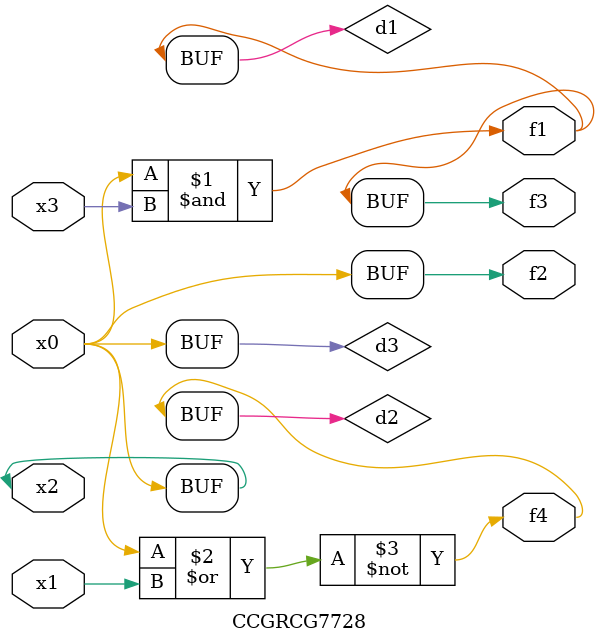
<source format=v>
module CCGRCG7728(
	input x0, x1, x2, x3,
	output f1, f2, f3, f4
);

	wire d1, d2, d3;

	and (d1, x2, x3);
	nor (d2, x0, x1);
	buf (d3, x0, x2);
	assign f1 = d1;
	assign f2 = d3;
	assign f3 = d1;
	assign f4 = d2;
endmodule

</source>
